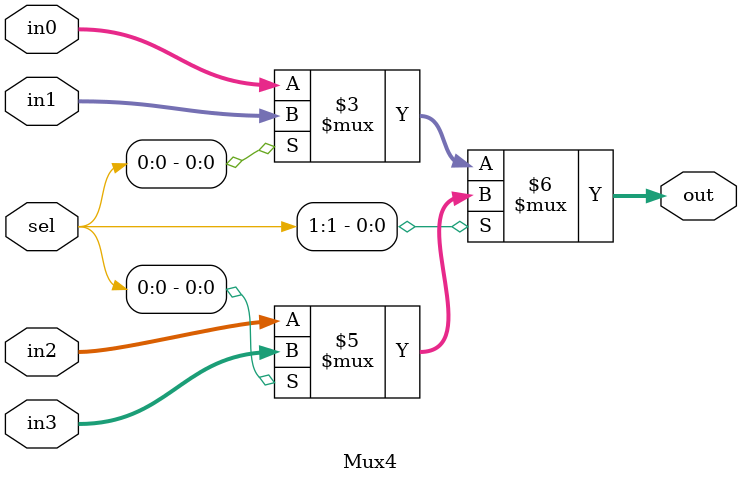
<source format=v>
module Mux4(input [31:0] in0, 
           input [31:0] in1, 
           input [31:0] in2,
           input [31:0] in3,
           input [1:0] sel,
           output [31:0] out);
           
    assign out = !sel[1]?!sel[0]?in0:in1
                        :!sel[0]?in2:in3;
    
endmodule

</source>
